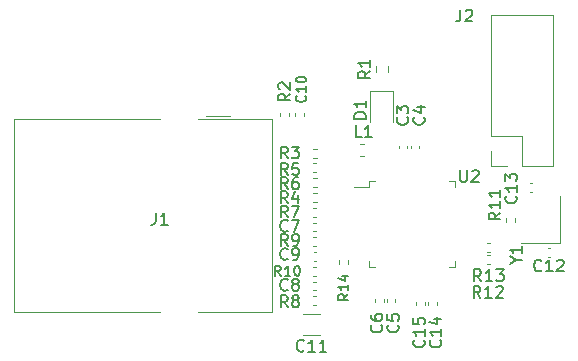
<source format=gbr>
%TF.GenerationSoftware,KiCad,Pcbnew,(6.0.0)*%
%TF.CreationDate,2022-04-11T12:33:07+02:00*%
%TF.ProjectId,W5500_Shield_Ethernet,57353530-305f-4536-9869-656c645f4574,rev?*%
%TF.SameCoordinates,Original*%
%TF.FileFunction,Legend,Top*%
%TF.FilePolarity,Positive*%
%FSLAX46Y46*%
G04 Gerber Fmt 4.6, Leading zero omitted, Abs format (unit mm)*
G04 Created by KiCad (PCBNEW (6.0.0)) date 2022-04-11 12:33:07*
%MOMM*%
%LPD*%
G01*
G04 APERTURE LIST*
%ADD10C,0.150000*%
%ADD11C,0.120000*%
G04 APERTURE END LIST*
D10*
%TO.C,J2*%
X118866666Y-51852380D02*
X118866666Y-52566666D01*
X118819047Y-52709523D01*
X118723809Y-52804761D01*
X118580952Y-52852380D01*
X118485714Y-52852380D01*
X119295238Y-51947619D02*
X119342857Y-51900000D01*
X119438095Y-51852380D01*
X119676190Y-51852380D01*
X119771428Y-51900000D01*
X119819047Y-51947619D01*
X119866666Y-52042857D01*
X119866666Y-52138095D01*
X119819047Y-52280952D01*
X119247619Y-52852380D01*
X119866666Y-52852380D01*
%TO.C,U2*%
X118838095Y-65452380D02*
X118838095Y-66261904D01*
X118885714Y-66357142D01*
X118933333Y-66404761D01*
X119028571Y-66452380D01*
X119219047Y-66452380D01*
X119314285Y-66404761D01*
X119361904Y-66357142D01*
X119409523Y-66261904D01*
X119409523Y-65452380D01*
X119838095Y-65547619D02*
X119885714Y-65500000D01*
X119980952Y-65452380D01*
X120219047Y-65452380D01*
X120314285Y-65500000D01*
X120361904Y-65547619D01*
X120409523Y-65642857D01*
X120409523Y-65738095D01*
X120361904Y-65880952D01*
X119790476Y-66452380D01*
X120409523Y-66452380D01*
%TO.C,C13*%
X123557142Y-67642857D02*
X123604761Y-67690476D01*
X123652380Y-67833333D01*
X123652380Y-67928571D01*
X123604761Y-68071428D01*
X123509523Y-68166666D01*
X123414285Y-68214285D01*
X123223809Y-68261904D01*
X123080952Y-68261904D01*
X122890476Y-68214285D01*
X122795238Y-68166666D01*
X122700000Y-68071428D01*
X122652380Y-67928571D01*
X122652380Y-67833333D01*
X122700000Y-67690476D01*
X122747619Y-67642857D01*
X123652380Y-66690476D02*
X123652380Y-67261904D01*
X123652380Y-66976190D02*
X122652380Y-66976190D01*
X122795238Y-67071428D01*
X122890476Y-67166666D01*
X122938095Y-67261904D01*
X122652380Y-66357142D02*
X122652380Y-65738095D01*
X123033333Y-66071428D01*
X123033333Y-65928571D01*
X123080952Y-65833333D01*
X123128571Y-65785714D01*
X123223809Y-65738095D01*
X123461904Y-65738095D01*
X123557142Y-65785714D01*
X123604761Y-65833333D01*
X123652380Y-65928571D01*
X123652380Y-66214285D01*
X123604761Y-66309523D01*
X123557142Y-66357142D01*
%TO.C,R14*%
X109384523Y-75946428D02*
X108979761Y-76229761D01*
X109384523Y-76432142D02*
X108534523Y-76432142D01*
X108534523Y-76108333D01*
X108575000Y-76027380D01*
X108615476Y-75986904D01*
X108696428Y-75946428D01*
X108817857Y-75946428D01*
X108898809Y-75986904D01*
X108939285Y-76027380D01*
X108979761Y-76108333D01*
X108979761Y-76432142D01*
X109384523Y-75136904D02*
X109384523Y-75622619D01*
X109384523Y-75379761D02*
X108534523Y-75379761D01*
X108655952Y-75460714D01*
X108736904Y-75541666D01*
X108777380Y-75622619D01*
X108817857Y-74408333D02*
X109384523Y-74408333D01*
X108494047Y-74610714D02*
X109101190Y-74813095D01*
X109101190Y-74286904D01*
%TO.C,R13*%
X120607142Y-74852380D02*
X120273809Y-74376190D01*
X120035714Y-74852380D02*
X120035714Y-73852380D01*
X120416666Y-73852380D01*
X120511904Y-73900000D01*
X120559523Y-73947619D01*
X120607142Y-74042857D01*
X120607142Y-74185714D01*
X120559523Y-74280952D01*
X120511904Y-74328571D01*
X120416666Y-74376190D01*
X120035714Y-74376190D01*
X121559523Y-74852380D02*
X120988095Y-74852380D01*
X121273809Y-74852380D02*
X121273809Y-73852380D01*
X121178571Y-73995238D01*
X121083333Y-74090476D01*
X120988095Y-74138095D01*
X121892857Y-73852380D02*
X122511904Y-73852380D01*
X122178571Y-74233333D01*
X122321428Y-74233333D01*
X122416666Y-74280952D01*
X122464285Y-74328571D01*
X122511904Y-74423809D01*
X122511904Y-74661904D01*
X122464285Y-74757142D01*
X122416666Y-74804761D01*
X122321428Y-74852380D01*
X122035714Y-74852380D01*
X121940476Y-74804761D01*
X121892857Y-74757142D01*
%TO.C,R12*%
X120557142Y-76252380D02*
X120223809Y-75776190D01*
X119985714Y-76252380D02*
X119985714Y-75252380D01*
X120366666Y-75252380D01*
X120461904Y-75300000D01*
X120509523Y-75347619D01*
X120557142Y-75442857D01*
X120557142Y-75585714D01*
X120509523Y-75680952D01*
X120461904Y-75728571D01*
X120366666Y-75776190D01*
X119985714Y-75776190D01*
X121509523Y-76252380D02*
X120938095Y-76252380D01*
X121223809Y-76252380D02*
X121223809Y-75252380D01*
X121128571Y-75395238D01*
X121033333Y-75490476D01*
X120938095Y-75538095D01*
X121890476Y-75347619D02*
X121938095Y-75300000D01*
X122033333Y-75252380D01*
X122271428Y-75252380D01*
X122366666Y-75300000D01*
X122414285Y-75347619D01*
X122461904Y-75442857D01*
X122461904Y-75538095D01*
X122414285Y-75680952D01*
X121842857Y-76252380D01*
X122461904Y-76252380D01*
%TO.C,R11*%
X122252380Y-69042857D02*
X121776190Y-69376190D01*
X122252380Y-69614285D02*
X121252380Y-69614285D01*
X121252380Y-69233333D01*
X121300000Y-69138095D01*
X121347619Y-69090476D01*
X121442857Y-69042857D01*
X121585714Y-69042857D01*
X121680952Y-69090476D01*
X121728571Y-69138095D01*
X121776190Y-69233333D01*
X121776190Y-69614285D01*
X122252380Y-68090476D02*
X122252380Y-68661904D01*
X122252380Y-68376190D02*
X121252380Y-68376190D01*
X121395238Y-68471428D01*
X121490476Y-68566666D01*
X121538095Y-68661904D01*
X122252380Y-67138095D02*
X122252380Y-67709523D01*
X122252380Y-67423809D02*
X121252380Y-67423809D01*
X121395238Y-67519047D01*
X121490476Y-67614285D01*
X121538095Y-67709523D01*
%TO.C,R1*%
X111222380Y-57066666D02*
X110746190Y-57400000D01*
X111222380Y-57638095D02*
X110222380Y-57638095D01*
X110222380Y-57257142D01*
X110270000Y-57161904D01*
X110317619Y-57114285D01*
X110412857Y-57066666D01*
X110555714Y-57066666D01*
X110650952Y-57114285D01*
X110698571Y-57161904D01*
X110746190Y-57257142D01*
X110746190Y-57638095D01*
X111222380Y-56114285D02*
X111222380Y-56685714D01*
X111222380Y-56400000D02*
X110222380Y-56400000D01*
X110365238Y-56495238D01*
X110460476Y-56590476D01*
X110508095Y-56685714D01*
%TO.C,L1*%
X110496112Y-62652380D02*
X110019921Y-62652380D01*
X110019921Y-61652380D01*
X111353255Y-62652380D02*
X110781826Y-62652380D01*
X111067540Y-62652380D02*
X111067540Y-61652380D01*
X110972302Y-61795238D01*
X110877064Y-61890476D01*
X110781826Y-61938095D01*
%TO.C,D1*%
X110852380Y-61081845D02*
X109852380Y-61081845D01*
X109852380Y-60843750D01*
X109900000Y-60700892D01*
X109995238Y-60605654D01*
X110090476Y-60558035D01*
X110280952Y-60510416D01*
X110423809Y-60510416D01*
X110614285Y-60558035D01*
X110709523Y-60605654D01*
X110804761Y-60700892D01*
X110852380Y-60843750D01*
X110852380Y-61081845D01*
X110852380Y-59558035D02*
X110852380Y-60129464D01*
X110852380Y-59843750D02*
X109852380Y-59843750D01*
X109995238Y-59938988D01*
X110090476Y-60034226D01*
X110138095Y-60129464D01*
%TO.C,C15*%
X115757142Y-79842857D02*
X115804761Y-79890476D01*
X115852380Y-80033333D01*
X115852380Y-80128571D01*
X115804761Y-80271428D01*
X115709523Y-80366666D01*
X115614285Y-80414285D01*
X115423809Y-80461904D01*
X115280952Y-80461904D01*
X115090476Y-80414285D01*
X114995238Y-80366666D01*
X114900000Y-80271428D01*
X114852380Y-80128571D01*
X114852380Y-80033333D01*
X114900000Y-79890476D01*
X114947619Y-79842857D01*
X115852380Y-78890476D02*
X115852380Y-79461904D01*
X115852380Y-79176190D02*
X114852380Y-79176190D01*
X114995238Y-79271428D01*
X115090476Y-79366666D01*
X115138095Y-79461904D01*
X114852380Y-77985714D02*
X114852380Y-78461904D01*
X115328571Y-78509523D01*
X115280952Y-78461904D01*
X115233333Y-78366666D01*
X115233333Y-78128571D01*
X115280952Y-78033333D01*
X115328571Y-77985714D01*
X115423809Y-77938095D01*
X115661904Y-77938095D01*
X115757142Y-77985714D01*
X115804761Y-78033333D01*
X115852380Y-78128571D01*
X115852380Y-78366666D01*
X115804761Y-78461904D01*
X115757142Y-78509523D01*
%TO.C,C14*%
X117157142Y-79842857D02*
X117204761Y-79890476D01*
X117252380Y-80033333D01*
X117252380Y-80128571D01*
X117204761Y-80271428D01*
X117109523Y-80366666D01*
X117014285Y-80414285D01*
X116823809Y-80461904D01*
X116680952Y-80461904D01*
X116490476Y-80414285D01*
X116395238Y-80366666D01*
X116300000Y-80271428D01*
X116252380Y-80128571D01*
X116252380Y-80033333D01*
X116300000Y-79890476D01*
X116347619Y-79842857D01*
X117252380Y-78890476D02*
X117252380Y-79461904D01*
X117252380Y-79176190D02*
X116252380Y-79176190D01*
X116395238Y-79271428D01*
X116490476Y-79366666D01*
X116538095Y-79461904D01*
X116585714Y-78033333D02*
X117252380Y-78033333D01*
X116204761Y-78271428D02*
X116919047Y-78509523D01*
X116919047Y-77890476D01*
%TO.C,C12*%
X125707142Y-73917142D02*
X125659523Y-73964761D01*
X125516666Y-74012380D01*
X125421428Y-74012380D01*
X125278571Y-73964761D01*
X125183333Y-73869523D01*
X125135714Y-73774285D01*
X125088095Y-73583809D01*
X125088095Y-73440952D01*
X125135714Y-73250476D01*
X125183333Y-73155238D01*
X125278571Y-73060000D01*
X125421428Y-73012380D01*
X125516666Y-73012380D01*
X125659523Y-73060000D01*
X125707142Y-73107619D01*
X126659523Y-74012380D02*
X126088095Y-74012380D01*
X126373809Y-74012380D02*
X126373809Y-73012380D01*
X126278571Y-73155238D01*
X126183333Y-73250476D01*
X126088095Y-73298095D01*
X127040476Y-73107619D02*
X127088095Y-73060000D01*
X127183333Y-73012380D01*
X127421428Y-73012380D01*
X127516666Y-73060000D01*
X127564285Y-73107619D01*
X127611904Y-73202857D01*
X127611904Y-73298095D01*
X127564285Y-73440952D01*
X126992857Y-74012380D01*
X127611904Y-74012380D01*
%TO.C,C11*%
X105607142Y-80707142D02*
X105559523Y-80754761D01*
X105416666Y-80802380D01*
X105321428Y-80802380D01*
X105178571Y-80754761D01*
X105083333Y-80659523D01*
X105035714Y-80564285D01*
X104988095Y-80373809D01*
X104988095Y-80230952D01*
X105035714Y-80040476D01*
X105083333Y-79945238D01*
X105178571Y-79850000D01*
X105321428Y-79802380D01*
X105416666Y-79802380D01*
X105559523Y-79850000D01*
X105607142Y-79897619D01*
X106559523Y-80802380D02*
X105988095Y-80802380D01*
X106273809Y-80802380D02*
X106273809Y-79802380D01*
X106178571Y-79945238D01*
X106083333Y-80040476D01*
X105988095Y-80088095D01*
X107511904Y-80802380D02*
X106940476Y-80802380D01*
X107226190Y-80802380D02*
X107226190Y-79802380D01*
X107130952Y-79945238D01*
X107035714Y-80040476D01*
X106940476Y-80088095D01*
%TO.C,C6*%
X112157142Y-78566666D02*
X112204761Y-78614285D01*
X112252380Y-78757142D01*
X112252380Y-78852380D01*
X112204761Y-78995238D01*
X112109523Y-79090476D01*
X112014285Y-79138095D01*
X111823809Y-79185714D01*
X111680952Y-79185714D01*
X111490476Y-79138095D01*
X111395238Y-79090476D01*
X111300000Y-78995238D01*
X111252380Y-78852380D01*
X111252380Y-78757142D01*
X111300000Y-78614285D01*
X111347619Y-78566666D01*
X111252380Y-77709523D02*
X111252380Y-77900000D01*
X111300000Y-77995238D01*
X111347619Y-78042857D01*
X111490476Y-78138095D01*
X111680952Y-78185714D01*
X112061904Y-78185714D01*
X112157142Y-78138095D01*
X112204761Y-78090476D01*
X112252380Y-77995238D01*
X112252380Y-77804761D01*
X112204761Y-77709523D01*
X112157142Y-77661904D01*
X112061904Y-77614285D01*
X111823809Y-77614285D01*
X111728571Y-77661904D01*
X111680952Y-77709523D01*
X111633333Y-77804761D01*
X111633333Y-77995238D01*
X111680952Y-78090476D01*
X111728571Y-78138095D01*
X111823809Y-78185714D01*
%TO.C,C5*%
X113557142Y-78566666D02*
X113604761Y-78614285D01*
X113652380Y-78757142D01*
X113652380Y-78852380D01*
X113604761Y-78995238D01*
X113509523Y-79090476D01*
X113414285Y-79138095D01*
X113223809Y-79185714D01*
X113080952Y-79185714D01*
X112890476Y-79138095D01*
X112795238Y-79090476D01*
X112700000Y-78995238D01*
X112652380Y-78852380D01*
X112652380Y-78757142D01*
X112700000Y-78614285D01*
X112747619Y-78566666D01*
X112652380Y-77661904D02*
X112652380Y-78138095D01*
X113128571Y-78185714D01*
X113080952Y-78138095D01*
X113033333Y-78042857D01*
X113033333Y-77804761D01*
X113080952Y-77709523D01*
X113128571Y-77661904D01*
X113223809Y-77614285D01*
X113461904Y-77614285D01*
X113557142Y-77661904D01*
X113604761Y-77709523D01*
X113652380Y-77804761D01*
X113652380Y-78042857D01*
X113604761Y-78138095D01*
X113557142Y-78185714D01*
%TO.C,C4*%
X115757142Y-60966666D02*
X115804761Y-61014285D01*
X115852380Y-61157142D01*
X115852380Y-61252380D01*
X115804761Y-61395238D01*
X115709523Y-61490476D01*
X115614285Y-61538095D01*
X115423809Y-61585714D01*
X115280952Y-61585714D01*
X115090476Y-61538095D01*
X114995238Y-61490476D01*
X114900000Y-61395238D01*
X114852380Y-61252380D01*
X114852380Y-61157142D01*
X114900000Y-61014285D01*
X114947619Y-60966666D01*
X115185714Y-60109523D02*
X115852380Y-60109523D01*
X114804761Y-60347619D02*
X115519047Y-60585714D01*
X115519047Y-59966666D01*
%TO.C,C3*%
X114357142Y-60966666D02*
X114404761Y-61014285D01*
X114452380Y-61157142D01*
X114452380Y-61252380D01*
X114404761Y-61395238D01*
X114309523Y-61490476D01*
X114214285Y-61538095D01*
X114023809Y-61585714D01*
X113880952Y-61585714D01*
X113690476Y-61538095D01*
X113595238Y-61490476D01*
X113500000Y-61395238D01*
X113452380Y-61252380D01*
X113452380Y-61157142D01*
X113500000Y-61014285D01*
X113547619Y-60966666D01*
X113452380Y-60633333D02*
X113452380Y-60014285D01*
X113833333Y-60347619D01*
X113833333Y-60204761D01*
X113880952Y-60109523D01*
X113928571Y-60061904D01*
X114023809Y-60014285D01*
X114261904Y-60014285D01*
X114357142Y-60061904D01*
X114404761Y-60109523D01*
X114452380Y-60204761D01*
X114452380Y-60490476D01*
X114404761Y-60585714D01*
X114357142Y-60633333D01*
%TO.C,Y1*%
X123576190Y-73076190D02*
X124052380Y-73076190D01*
X123052380Y-73409523D02*
X123576190Y-73076190D01*
X123052380Y-72742857D01*
X124052380Y-71885714D02*
X124052380Y-72457142D01*
X124052380Y-72171428D02*
X123052380Y-72171428D01*
X123195238Y-72266666D01*
X123290476Y-72361904D01*
X123338095Y-72457142D01*
%TO.C,C9*%
X104233333Y-72957142D02*
X104185714Y-73004761D01*
X104042857Y-73052380D01*
X103947619Y-73052380D01*
X103804761Y-73004761D01*
X103709523Y-72909523D01*
X103661904Y-72814285D01*
X103614285Y-72623809D01*
X103614285Y-72480952D01*
X103661904Y-72290476D01*
X103709523Y-72195238D01*
X103804761Y-72100000D01*
X103947619Y-72052380D01*
X104042857Y-72052380D01*
X104185714Y-72100000D01*
X104233333Y-72147619D01*
X104709523Y-73052380D02*
X104900000Y-73052380D01*
X104995238Y-73004761D01*
X105042857Y-72957142D01*
X105138095Y-72814285D01*
X105185714Y-72623809D01*
X105185714Y-72242857D01*
X105138095Y-72147619D01*
X105090476Y-72100000D01*
X104995238Y-72052380D01*
X104804761Y-72052380D01*
X104709523Y-72100000D01*
X104661904Y-72147619D01*
X104614285Y-72242857D01*
X104614285Y-72480952D01*
X104661904Y-72576190D01*
X104709523Y-72623809D01*
X104804761Y-72671428D01*
X104995238Y-72671428D01*
X105090476Y-72623809D01*
X105138095Y-72576190D01*
X105185714Y-72480952D01*
%TO.C,R10*%
X103653571Y-74384523D02*
X103370238Y-73979761D01*
X103167857Y-74384523D02*
X103167857Y-73534523D01*
X103491666Y-73534523D01*
X103572619Y-73575000D01*
X103613095Y-73615476D01*
X103653571Y-73696428D01*
X103653571Y-73817857D01*
X103613095Y-73898809D01*
X103572619Y-73939285D01*
X103491666Y-73979761D01*
X103167857Y-73979761D01*
X104463095Y-74384523D02*
X103977380Y-74384523D01*
X104220238Y-74384523D02*
X104220238Y-73534523D01*
X104139285Y-73655952D01*
X104058333Y-73736904D01*
X103977380Y-73777380D01*
X104989285Y-73534523D02*
X105070238Y-73534523D01*
X105151190Y-73575000D01*
X105191666Y-73615476D01*
X105232142Y-73696428D01*
X105272619Y-73858333D01*
X105272619Y-74060714D01*
X105232142Y-74222619D01*
X105191666Y-74303571D01*
X105151190Y-74344047D01*
X105070238Y-74384523D01*
X104989285Y-74384523D01*
X104908333Y-74344047D01*
X104867857Y-74303571D01*
X104827380Y-74222619D01*
X104786904Y-74060714D01*
X104786904Y-73858333D01*
X104827380Y-73696428D01*
X104867857Y-73615476D01*
X104908333Y-73575000D01*
X104989285Y-73534523D01*
%TO.C,R9*%
X104233333Y-71852380D02*
X103900000Y-71376190D01*
X103661904Y-71852380D02*
X103661904Y-70852380D01*
X104042857Y-70852380D01*
X104138095Y-70900000D01*
X104185714Y-70947619D01*
X104233333Y-71042857D01*
X104233333Y-71185714D01*
X104185714Y-71280952D01*
X104138095Y-71328571D01*
X104042857Y-71376190D01*
X103661904Y-71376190D01*
X104709523Y-71852380D02*
X104900000Y-71852380D01*
X104995238Y-71804761D01*
X105042857Y-71757142D01*
X105138095Y-71614285D01*
X105185714Y-71423809D01*
X105185714Y-71042857D01*
X105138095Y-70947619D01*
X105090476Y-70900000D01*
X104995238Y-70852380D01*
X104804761Y-70852380D01*
X104709523Y-70900000D01*
X104661904Y-70947619D01*
X104614285Y-71042857D01*
X104614285Y-71280952D01*
X104661904Y-71376190D01*
X104709523Y-71423809D01*
X104804761Y-71471428D01*
X104995238Y-71471428D01*
X105090476Y-71423809D01*
X105138095Y-71376190D01*
X105185714Y-71280952D01*
%TO.C,R8*%
X104233333Y-77052380D02*
X103900000Y-76576190D01*
X103661904Y-77052380D02*
X103661904Y-76052380D01*
X104042857Y-76052380D01*
X104138095Y-76100000D01*
X104185714Y-76147619D01*
X104233333Y-76242857D01*
X104233333Y-76385714D01*
X104185714Y-76480952D01*
X104138095Y-76528571D01*
X104042857Y-76576190D01*
X103661904Y-76576190D01*
X104804761Y-76480952D02*
X104709523Y-76433333D01*
X104661904Y-76385714D01*
X104614285Y-76290476D01*
X104614285Y-76242857D01*
X104661904Y-76147619D01*
X104709523Y-76100000D01*
X104804761Y-76052380D01*
X104995238Y-76052380D01*
X105090476Y-76100000D01*
X105138095Y-76147619D01*
X105185714Y-76242857D01*
X105185714Y-76290476D01*
X105138095Y-76385714D01*
X105090476Y-76433333D01*
X104995238Y-76480952D01*
X104804761Y-76480952D01*
X104709523Y-76528571D01*
X104661904Y-76576190D01*
X104614285Y-76671428D01*
X104614285Y-76861904D01*
X104661904Y-76957142D01*
X104709523Y-77004761D01*
X104804761Y-77052380D01*
X104995238Y-77052380D01*
X105090476Y-77004761D01*
X105138095Y-76957142D01*
X105185714Y-76861904D01*
X105185714Y-76671428D01*
X105138095Y-76576190D01*
X105090476Y-76528571D01*
X104995238Y-76480952D01*
%TO.C,R7*%
X104233333Y-69452380D02*
X103900000Y-68976190D01*
X103661904Y-69452380D02*
X103661904Y-68452380D01*
X104042857Y-68452380D01*
X104138095Y-68500000D01*
X104185714Y-68547619D01*
X104233333Y-68642857D01*
X104233333Y-68785714D01*
X104185714Y-68880952D01*
X104138095Y-68928571D01*
X104042857Y-68976190D01*
X103661904Y-68976190D01*
X104566666Y-68452380D02*
X105233333Y-68452380D01*
X104804761Y-69452380D01*
%TO.C,R6*%
X104233333Y-67052380D02*
X103900000Y-66576190D01*
X103661904Y-67052380D02*
X103661904Y-66052380D01*
X104042857Y-66052380D01*
X104138095Y-66100000D01*
X104185714Y-66147619D01*
X104233333Y-66242857D01*
X104233333Y-66385714D01*
X104185714Y-66480952D01*
X104138095Y-66528571D01*
X104042857Y-66576190D01*
X103661904Y-66576190D01*
X105090476Y-66052380D02*
X104900000Y-66052380D01*
X104804761Y-66100000D01*
X104757142Y-66147619D01*
X104661904Y-66290476D01*
X104614285Y-66480952D01*
X104614285Y-66861904D01*
X104661904Y-66957142D01*
X104709523Y-67004761D01*
X104804761Y-67052380D01*
X104995238Y-67052380D01*
X105090476Y-67004761D01*
X105138095Y-66957142D01*
X105185714Y-66861904D01*
X105185714Y-66623809D01*
X105138095Y-66528571D01*
X105090476Y-66480952D01*
X104995238Y-66433333D01*
X104804761Y-66433333D01*
X104709523Y-66480952D01*
X104661904Y-66528571D01*
X104614285Y-66623809D01*
%TO.C,R5*%
X104233333Y-65852380D02*
X103900000Y-65376190D01*
X103661904Y-65852380D02*
X103661904Y-64852380D01*
X104042857Y-64852380D01*
X104138095Y-64900000D01*
X104185714Y-64947619D01*
X104233333Y-65042857D01*
X104233333Y-65185714D01*
X104185714Y-65280952D01*
X104138095Y-65328571D01*
X104042857Y-65376190D01*
X103661904Y-65376190D01*
X105138095Y-64852380D02*
X104661904Y-64852380D01*
X104614285Y-65328571D01*
X104661904Y-65280952D01*
X104757142Y-65233333D01*
X104995238Y-65233333D01*
X105090476Y-65280952D01*
X105138095Y-65328571D01*
X105185714Y-65423809D01*
X105185714Y-65661904D01*
X105138095Y-65757142D01*
X105090476Y-65804761D01*
X104995238Y-65852380D01*
X104757142Y-65852380D01*
X104661904Y-65804761D01*
X104614285Y-65757142D01*
%TO.C,R4*%
X104233333Y-68252380D02*
X103900000Y-67776190D01*
X103661904Y-68252380D02*
X103661904Y-67252380D01*
X104042857Y-67252380D01*
X104138095Y-67300000D01*
X104185714Y-67347619D01*
X104233333Y-67442857D01*
X104233333Y-67585714D01*
X104185714Y-67680952D01*
X104138095Y-67728571D01*
X104042857Y-67776190D01*
X103661904Y-67776190D01*
X105090476Y-67585714D02*
X105090476Y-68252380D01*
X104852380Y-67204761D02*
X104614285Y-67919047D01*
X105233333Y-67919047D01*
%TO.C,R3*%
X104233333Y-64452380D02*
X103900000Y-63976190D01*
X103661904Y-64452380D02*
X103661904Y-63452380D01*
X104042857Y-63452380D01*
X104138095Y-63500000D01*
X104185714Y-63547619D01*
X104233333Y-63642857D01*
X104233333Y-63785714D01*
X104185714Y-63880952D01*
X104138095Y-63928571D01*
X104042857Y-63976190D01*
X103661904Y-63976190D01*
X104566666Y-63452380D02*
X105185714Y-63452380D01*
X104852380Y-63833333D01*
X104995238Y-63833333D01*
X105090476Y-63880952D01*
X105138095Y-63928571D01*
X105185714Y-64023809D01*
X105185714Y-64261904D01*
X105138095Y-64357142D01*
X105090476Y-64404761D01*
X104995238Y-64452380D01*
X104709523Y-64452380D01*
X104614285Y-64404761D01*
X104566666Y-64357142D01*
%TO.C,R2*%
X104452380Y-58966666D02*
X103976190Y-59300000D01*
X104452380Y-59538095D02*
X103452380Y-59538095D01*
X103452380Y-59157142D01*
X103500000Y-59061904D01*
X103547619Y-59014285D01*
X103642857Y-58966666D01*
X103785714Y-58966666D01*
X103880952Y-59014285D01*
X103928571Y-59061904D01*
X103976190Y-59157142D01*
X103976190Y-59538095D01*
X103547619Y-58585714D02*
X103500000Y-58538095D01*
X103452380Y-58442857D01*
X103452380Y-58204761D01*
X103500000Y-58109523D01*
X103547619Y-58061904D01*
X103642857Y-58014285D01*
X103738095Y-58014285D01*
X103880952Y-58061904D01*
X104452380Y-58633333D01*
X104452380Y-58014285D01*
%TO.C,J1*%
X93066666Y-69052380D02*
X93066666Y-69766666D01*
X93019047Y-69909523D01*
X92923809Y-70004761D01*
X92780952Y-70052380D01*
X92685714Y-70052380D01*
X94066666Y-70052380D02*
X93495238Y-70052380D01*
X93780952Y-70052380D02*
X93780952Y-69052380D01*
X93685714Y-69195238D01*
X93590476Y-69290476D01*
X93495238Y-69338095D01*
%TO.C,C10*%
X105703571Y-59146428D02*
X105744047Y-59186904D01*
X105784523Y-59308333D01*
X105784523Y-59389285D01*
X105744047Y-59510714D01*
X105663095Y-59591666D01*
X105582142Y-59632142D01*
X105420238Y-59672619D01*
X105298809Y-59672619D01*
X105136904Y-59632142D01*
X105055952Y-59591666D01*
X104975000Y-59510714D01*
X104934523Y-59389285D01*
X104934523Y-59308333D01*
X104975000Y-59186904D01*
X105015476Y-59146428D01*
X105784523Y-58336904D02*
X105784523Y-58822619D01*
X105784523Y-58579761D02*
X104934523Y-58579761D01*
X105055952Y-58660714D01*
X105136904Y-58741666D01*
X105177380Y-58822619D01*
X104934523Y-57810714D02*
X104934523Y-57729761D01*
X104975000Y-57648809D01*
X105015476Y-57608333D01*
X105096428Y-57567857D01*
X105258333Y-57527380D01*
X105460714Y-57527380D01*
X105622619Y-57567857D01*
X105703571Y-57608333D01*
X105744047Y-57648809D01*
X105784523Y-57729761D01*
X105784523Y-57810714D01*
X105744047Y-57891666D01*
X105703571Y-57932142D01*
X105622619Y-57972619D01*
X105460714Y-58013095D01*
X105258333Y-58013095D01*
X105096428Y-57972619D01*
X105015476Y-57932142D01*
X104975000Y-57891666D01*
X104934523Y-57810714D01*
%TO.C,C8*%
X104233333Y-75557142D02*
X104185714Y-75604761D01*
X104042857Y-75652380D01*
X103947619Y-75652380D01*
X103804761Y-75604761D01*
X103709523Y-75509523D01*
X103661904Y-75414285D01*
X103614285Y-75223809D01*
X103614285Y-75080952D01*
X103661904Y-74890476D01*
X103709523Y-74795238D01*
X103804761Y-74700000D01*
X103947619Y-74652380D01*
X104042857Y-74652380D01*
X104185714Y-74700000D01*
X104233333Y-74747619D01*
X104804761Y-75080952D02*
X104709523Y-75033333D01*
X104661904Y-74985714D01*
X104614285Y-74890476D01*
X104614285Y-74842857D01*
X104661904Y-74747619D01*
X104709523Y-74700000D01*
X104804761Y-74652380D01*
X104995238Y-74652380D01*
X105090476Y-74700000D01*
X105138095Y-74747619D01*
X105185714Y-74842857D01*
X105185714Y-74890476D01*
X105138095Y-74985714D01*
X105090476Y-75033333D01*
X104995238Y-75080952D01*
X104804761Y-75080952D01*
X104709523Y-75128571D01*
X104661904Y-75176190D01*
X104614285Y-75271428D01*
X104614285Y-75461904D01*
X104661904Y-75557142D01*
X104709523Y-75604761D01*
X104804761Y-75652380D01*
X104995238Y-75652380D01*
X105090476Y-75604761D01*
X105138095Y-75557142D01*
X105185714Y-75461904D01*
X105185714Y-75271428D01*
X105138095Y-75176190D01*
X105090476Y-75128571D01*
X104995238Y-75080952D01*
%TO.C,C7*%
X104233333Y-70557142D02*
X104185714Y-70604761D01*
X104042857Y-70652380D01*
X103947619Y-70652380D01*
X103804761Y-70604761D01*
X103709523Y-70509523D01*
X103661904Y-70414285D01*
X103614285Y-70223809D01*
X103614285Y-70080952D01*
X103661904Y-69890476D01*
X103709523Y-69795238D01*
X103804761Y-69700000D01*
X103947619Y-69652380D01*
X104042857Y-69652380D01*
X104185714Y-69700000D01*
X104233333Y-69747619D01*
X104566666Y-69652380D02*
X105233333Y-69652380D01*
X104804761Y-70652380D01*
D11*
%TO.C,J2*%
X126670000Y-65130000D02*
X124070000Y-65130000D01*
X126670000Y-65130000D02*
X126670000Y-52310000D01*
X126670000Y-52310000D02*
X121470000Y-52310000D01*
X121470000Y-62530000D02*
X121470000Y-52310000D01*
X124070000Y-62530000D02*
X121470000Y-62530000D01*
X124070000Y-65130000D02*
X124070000Y-62530000D01*
X121470000Y-65130000D02*
X121470000Y-63800000D01*
X122800000Y-65130000D02*
X121470000Y-65130000D01*
%TO.C,U2*%
X111140000Y-66840000D02*
X109850000Y-66840000D01*
X111140000Y-66390000D02*
X111140000Y-66840000D01*
X111590000Y-66390000D02*
X111140000Y-66390000D01*
X118360000Y-66390000D02*
X118360000Y-66840000D01*
X117910000Y-66390000D02*
X118360000Y-66390000D01*
X111140000Y-73610000D02*
X111140000Y-73160000D01*
X111590000Y-73610000D02*
X111140000Y-73610000D01*
X118360000Y-73610000D02*
X118360000Y-73160000D01*
X117910000Y-73610000D02*
X118360000Y-73610000D01*
%TO.C,C13*%
X124742164Y-66540000D02*
X124957836Y-66540000D01*
X124742164Y-67260000D02*
X124957836Y-67260000D01*
%TO.C,R14*%
X109380000Y-73096359D02*
X109380000Y-73403641D01*
X108620000Y-73096359D02*
X108620000Y-73403641D01*
%TO.C,R13*%
X121096359Y-71620000D02*
X121403641Y-71620000D01*
X121096359Y-72380000D02*
X121403641Y-72380000D01*
%TO.C,R12*%
X121096359Y-72620000D02*
X121403641Y-72620000D01*
X121096359Y-73380000D02*
X121403641Y-73380000D01*
%TO.C,R11*%
X122720000Y-69803641D02*
X122720000Y-69496359D01*
X123480000Y-69803641D02*
X123480000Y-69496359D01*
%TO.C,R1*%
X111677500Y-57137258D02*
X111677500Y-56662742D01*
X112722500Y-57137258D02*
X112722500Y-56662742D01*
%TO.C,L1*%
X110662779Y-64260000D02*
X110337221Y-64260000D01*
X110662779Y-63240000D02*
X110337221Y-63240000D01*
%TO.C,D1*%
X113160000Y-61400000D02*
X113160000Y-58715000D01*
X113160000Y-58715000D02*
X111240000Y-58715000D01*
X111240000Y-58715000D02*
X111240000Y-61400000D01*
%TO.C,C15*%
X115860000Y-76642164D02*
X115860000Y-76857836D01*
X115140000Y-76642164D02*
X115140000Y-76857836D01*
%TO.C,C14*%
X116860000Y-76642164D02*
X116860000Y-76857836D01*
X116140000Y-76642164D02*
X116140000Y-76857836D01*
%TO.C,C12*%
X126457836Y-72760000D02*
X126242164Y-72760000D01*
X126457836Y-72040000D02*
X126242164Y-72040000D01*
%TO.C,C11*%
X106961252Y-79410000D02*
X105538748Y-79410000D01*
X106961252Y-77590000D02*
X105538748Y-77590000D01*
%TO.C,C6*%
X112360000Y-76392164D02*
X112360000Y-76607836D01*
X111640000Y-76392164D02*
X111640000Y-76607836D01*
%TO.C,C5*%
X113360000Y-76392164D02*
X113360000Y-76607836D01*
X112640000Y-76392164D02*
X112640000Y-76607836D01*
%TO.C,C4*%
X115360000Y-63607836D02*
X115360000Y-63392164D01*
X114640000Y-63607836D02*
X114640000Y-63392164D01*
%TO.C,C3*%
X114360000Y-63607836D02*
X114360000Y-63392164D01*
X113640000Y-63607836D02*
X113640000Y-63392164D01*
%TO.C,Y1*%
X123950000Y-71650000D02*
X127250000Y-71650000D01*
X127250000Y-71650000D02*
X127250000Y-67650000D01*
%TO.C,C9*%
X106432164Y-73110000D02*
X106647836Y-73110000D01*
X106432164Y-72390000D02*
X106647836Y-72390000D01*
%TO.C,R10*%
X106673641Y-73620000D02*
X106366359Y-73620000D01*
X106673641Y-74380000D02*
X106366359Y-74380000D01*
%TO.C,R9*%
X106673641Y-71120000D02*
X106366359Y-71120000D01*
X106673641Y-71880000D02*
X106366359Y-71880000D01*
%TO.C,R8*%
X106663641Y-76120000D02*
X106356359Y-76120000D01*
X106663641Y-76880000D02*
X106356359Y-76880000D01*
%TO.C,R7*%
X106673641Y-68620000D02*
X106366359Y-68620000D01*
X106673641Y-69380000D02*
X106366359Y-69380000D01*
%TO.C,R6*%
X106683641Y-66880000D02*
X106376359Y-66880000D01*
X106683641Y-66120000D02*
X106376359Y-66120000D01*
%TO.C,R5*%
X106673641Y-64870000D02*
X106366359Y-64870000D01*
X106673641Y-65630000D02*
X106366359Y-65630000D01*
%TO.C,R4*%
X106376359Y-68130000D02*
X106683641Y-68130000D01*
X106376359Y-67370000D02*
X106683641Y-67370000D01*
%TO.C,R3*%
X106376359Y-64380000D02*
X106683641Y-64380000D01*
X106376359Y-63620000D02*
X106683641Y-63620000D01*
%TO.C,R2*%
X103620000Y-60893641D02*
X103620000Y-60586359D01*
X104380000Y-60893641D02*
X104380000Y-60586359D01*
%TO.C,J1*%
X96655000Y-61075000D02*
X102895000Y-61075000D01*
X102895000Y-61075000D02*
X102895000Y-77425000D01*
X102895000Y-77425000D02*
X96655000Y-77420000D01*
X93455000Y-77425000D02*
X81105000Y-77425000D01*
X81105000Y-77425000D02*
X81105000Y-61075000D01*
X81105000Y-61075000D02*
X93455000Y-61075000D01*
X99345000Y-60890000D02*
X97345000Y-60890000D01*
%TO.C,C10*%
X104890000Y-60847836D02*
X104890000Y-60632164D01*
X105610000Y-60847836D02*
X105610000Y-60632164D01*
%TO.C,C8*%
X106627836Y-74890000D02*
X106412164Y-74890000D01*
X106627836Y-75610000D02*
X106412164Y-75610000D01*
%TO.C,C7*%
X106627836Y-69890000D02*
X106412164Y-69890000D01*
X106627836Y-70610000D02*
X106412164Y-70610000D01*
%TD*%
M02*

</source>
